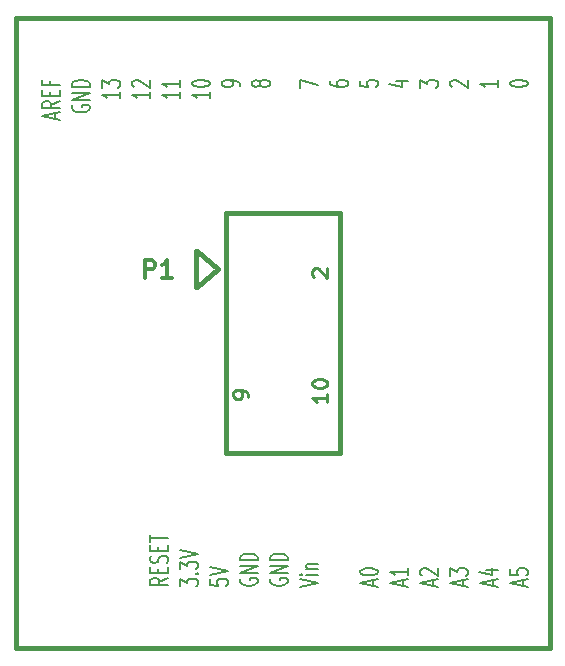
<source format=gto>
G04 #@! TF.FileFunction,Legend,Top*
%FSLAX46Y46*%
G04 Gerber Fmt 4.6, Leading zero omitted, Abs format (unit mm)*
G04 Created by KiCad (PCBNEW 4.0.4-stable) date 07/11/17 10:57:04*
%MOMM*%
%LPD*%
G01*
G04 APERTURE LIST*
%ADD10C,0.150000*%
%ADD11C,0.203200*%
%ADD12C,0.381000*%
%ADD13C,0.304800*%
%ADD14C,0.254000*%
G04 APERTURE END LIST*
D10*
D11*
X150243540Y-86035968D02*
X150243540Y-85552159D01*
X150678969Y-86132730D02*
X149154969Y-85794063D01*
X150678969Y-85455397D01*
X150678969Y-84536159D02*
X149953254Y-84874825D01*
X150678969Y-85116730D02*
X149154969Y-85116730D01*
X149154969Y-84729683D01*
X149227540Y-84632921D01*
X149300111Y-84584540D01*
X149445254Y-84536159D01*
X149662969Y-84536159D01*
X149808111Y-84584540D01*
X149880683Y-84632921D01*
X149953254Y-84729683D01*
X149953254Y-85116730D01*
X149880683Y-84100730D02*
X149880683Y-83762064D01*
X150678969Y-83616921D02*
X150678969Y-84100730D01*
X149154969Y-84100730D01*
X149154969Y-83616921D01*
X149880683Y-82842826D02*
X149880683Y-83181492D01*
X150678969Y-83181492D02*
X149154969Y-83181492D01*
X149154969Y-82697683D01*
X151767540Y-84874826D02*
X151694969Y-84971588D01*
X151694969Y-85116731D01*
X151767540Y-85261873D01*
X151912683Y-85358635D01*
X152057826Y-85407016D01*
X152348111Y-85455397D01*
X152565826Y-85455397D01*
X152856111Y-85407016D01*
X153001254Y-85358635D01*
X153146397Y-85261873D01*
X153218969Y-85116731D01*
X153218969Y-85019969D01*
X153146397Y-84874826D01*
X153073826Y-84826445D01*
X152565826Y-84826445D01*
X152565826Y-85019969D01*
X153218969Y-84391016D02*
X151694969Y-84391016D01*
X153218969Y-83810445D01*
X151694969Y-83810445D01*
X153218969Y-83326635D02*
X151694969Y-83326635D01*
X151694969Y-83084730D01*
X151767540Y-82939588D01*
X151912683Y-82842826D01*
X152057826Y-82794445D01*
X152348111Y-82746064D01*
X152565826Y-82746064D01*
X152856111Y-82794445D01*
X153001254Y-82842826D01*
X153146397Y-82939588D01*
X153218969Y-83084730D01*
X153218969Y-83326635D01*
X155758969Y-83713683D02*
X155758969Y-84294254D01*
X155758969Y-84003968D02*
X154234969Y-84003968D01*
X154452683Y-84100730D01*
X154597826Y-84197492D01*
X154670397Y-84294254D01*
X154234969Y-83375016D02*
X154234969Y-82746064D01*
X154815540Y-83084730D01*
X154815540Y-82939588D01*
X154888111Y-82842826D01*
X154960683Y-82794445D01*
X155105826Y-82746064D01*
X155468683Y-82746064D01*
X155613826Y-82794445D01*
X155686397Y-82842826D01*
X155758969Y-82939588D01*
X155758969Y-83229873D01*
X155686397Y-83326635D01*
X155613826Y-83375016D01*
X158298969Y-83713683D02*
X158298969Y-84294254D01*
X158298969Y-84003968D02*
X156774969Y-84003968D01*
X156992683Y-84100730D01*
X157137826Y-84197492D01*
X157210397Y-84294254D01*
X156920111Y-83326635D02*
X156847540Y-83278254D01*
X156774969Y-83181492D01*
X156774969Y-82939588D01*
X156847540Y-82842826D01*
X156920111Y-82794445D01*
X157065254Y-82746064D01*
X157210397Y-82746064D01*
X157428111Y-82794445D01*
X158298969Y-83375016D01*
X158298969Y-82746064D01*
X160838969Y-83713683D02*
X160838969Y-84294254D01*
X160838969Y-84003968D02*
X159314969Y-84003968D01*
X159532683Y-84100730D01*
X159677826Y-84197492D01*
X159750397Y-84294254D01*
X160838969Y-82746064D02*
X160838969Y-83326635D01*
X160838969Y-83036349D02*
X159314969Y-83036349D01*
X159532683Y-83133111D01*
X159677826Y-83229873D01*
X159750397Y-83326635D01*
X163378969Y-83713683D02*
X163378969Y-84294254D01*
X163378969Y-84003968D02*
X161854969Y-84003968D01*
X162072683Y-84100730D01*
X162217826Y-84197492D01*
X162290397Y-84294254D01*
X161854969Y-83084730D02*
X161854969Y-82987969D01*
X161927540Y-82891207D01*
X162000111Y-82842826D01*
X162145254Y-82794445D01*
X162435540Y-82746064D01*
X162798397Y-82746064D01*
X163088683Y-82794445D01*
X163233826Y-82842826D01*
X163306397Y-82891207D01*
X163378969Y-82987969D01*
X163378969Y-83084730D01*
X163306397Y-83181492D01*
X163233826Y-83229873D01*
X163088683Y-83278254D01*
X162798397Y-83326635D01*
X162435540Y-83326635D01*
X162145254Y-83278254D01*
X162000111Y-83229873D01*
X161927540Y-83181492D01*
X161854969Y-83084730D01*
X165918969Y-83229873D02*
X165918969Y-83036349D01*
X165846397Y-82939588D01*
X165773826Y-82891207D01*
X165556111Y-82794445D01*
X165265826Y-82746064D01*
X164685254Y-82746064D01*
X164540111Y-82794445D01*
X164467540Y-82842826D01*
X164394969Y-82939588D01*
X164394969Y-83133111D01*
X164467540Y-83229873D01*
X164540111Y-83278254D01*
X164685254Y-83326635D01*
X165048111Y-83326635D01*
X165193254Y-83278254D01*
X165265826Y-83229873D01*
X165338397Y-83133111D01*
X165338397Y-82939588D01*
X165265826Y-82842826D01*
X165193254Y-82794445D01*
X165048111Y-82746064D01*
X167588111Y-83133111D02*
X167515540Y-83229873D01*
X167442969Y-83278254D01*
X167297826Y-83326635D01*
X167225254Y-83326635D01*
X167080111Y-83278254D01*
X167007540Y-83229873D01*
X166934969Y-83133111D01*
X166934969Y-82939588D01*
X167007540Y-82842826D01*
X167080111Y-82794445D01*
X167225254Y-82746064D01*
X167297826Y-82746064D01*
X167442969Y-82794445D01*
X167515540Y-82842826D01*
X167588111Y-82939588D01*
X167588111Y-83133111D01*
X167660683Y-83229873D01*
X167733254Y-83278254D01*
X167878397Y-83326635D01*
X168168683Y-83326635D01*
X168313826Y-83278254D01*
X168386397Y-83229873D01*
X168458969Y-83133111D01*
X168458969Y-82939588D01*
X168386397Y-82842826D01*
X168313826Y-82794445D01*
X168168683Y-82746064D01*
X167878397Y-82746064D01*
X167733254Y-82794445D01*
X167660683Y-82842826D01*
X167588111Y-82939588D01*
X170998969Y-83375016D02*
X170998969Y-82697683D01*
X172522969Y-83133111D01*
X173538969Y-82842826D02*
X173538969Y-83036349D01*
X173611540Y-83133111D01*
X173684111Y-83181492D01*
X173901826Y-83278254D01*
X174192111Y-83326635D01*
X174772683Y-83326635D01*
X174917826Y-83278254D01*
X174990397Y-83229873D01*
X175062969Y-83133111D01*
X175062969Y-82939588D01*
X174990397Y-82842826D01*
X174917826Y-82794445D01*
X174772683Y-82746064D01*
X174409826Y-82746064D01*
X174264683Y-82794445D01*
X174192111Y-82842826D01*
X174119540Y-82939588D01*
X174119540Y-83133111D01*
X174192111Y-83229873D01*
X174264683Y-83278254D01*
X174409826Y-83326635D01*
X176078969Y-82794445D02*
X176078969Y-83278254D01*
X176804683Y-83326635D01*
X176732111Y-83278254D01*
X176659540Y-83181492D01*
X176659540Y-82939588D01*
X176732111Y-82842826D01*
X176804683Y-82794445D01*
X176949826Y-82746064D01*
X177312683Y-82746064D01*
X177457826Y-82794445D01*
X177530397Y-82842826D01*
X177602969Y-82939588D01*
X177602969Y-83181492D01*
X177530397Y-83278254D01*
X177457826Y-83326635D01*
X179126969Y-82842826D02*
X180142969Y-82842826D01*
X178546397Y-83084730D02*
X179634969Y-83326635D01*
X179634969Y-82697683D01*
X181158969Y-83375016D02*
X181158969Y-82746064D01*
X181739540Y-83084730D01*
X181739540Y-82939588D01*
X181812111Y-82842826D01*
X181884683Y-82794445D01*
X182029826Y-82746064D01*
X182392683Y-82746064D01*
X182537826Y-82794445D01*
X182610397Y-82842826D01*
X182682969Y-82939588D01*
X182682969Y-83229873D01*
X182610397Y-83326635D01*
X182537826Y-83375016D01*
X183844111Y-83326635D02*
X183771540Y-83278254D01*
X183698969Y-83181492D01*
X183698969Y-82939588D01*
X183771540Y-82842826D01*
X183844111Y-82794445D01*
X183989254Y-82746064D01*
X184134397Y-82746064D01*
X184352111Y-82794445D01*
X185222969Y-83375016D01*
X185222969Y-82746064D01*
X187762969Y-82746064D02*
X187762969Y-83326635D01*
X187762969Y-83036349D02*
X186238969Y-83036349D01*
X186456683Y-83133111D01*
X186601826Y-83229873D01*
X186674397Y-83326635D01*
X188778969Y-83084730D02*
X188778969Y-82987969D01*
X188851540Y-82891207D01*
X188924111Y-82842826D01*
X189069254Y-82794445D01*
X189359540Y-82746064D01*
X189722397Y-82746064D01*
X190012683Y-82794445D01*
X190157826Y-82842826D01*
X190230397Y-82891207D01*
X190302969Y-82987969D01*
X190302969Y-83084730D01*
X190230397Y-83181492D01*
X190157826Y-83229873D01*
X190012683Y-83278254D01*
X189722397Y-83326635D01*
X189359540Y-83326635D01*
X189069254Y-83278254D01*
X188924111Y-83229873D01*
X188851540Y-83181492D01*
X188778969Y-83084730D01*
X159822969Y-124910064D02*
X159097254Y-125248730D01*
X159822969Y-125490635D02*
X158298969Y-125490635D01*
X158298969Y-125103588D01*
X158371540Y-125006826D01*
X158444111Y-124958445D01*
X158589254Y-124910064D01*
X158806969Y-124910064D01*
X158952111Y-124958445D01*
X159024683Y-125006826D01*
X159097254Y-125103588D01*
X159097254Y-125490635D01*
X159024683Y-124474635D02*
X159024683Y-124135969D01*
X159822969Y-123990826D02*
X159822969Y-124474635D01*
X158298969Y-124474635D01*
X158298969Y-123990826D01*
X159750397Y-123603778D02*
X159822969Y-123458635D01*
X159822969Y-123216731D01*
X159750397Y-123119969D01*
X159677826Y-123071588D01*
X159532683Y-123023207D01*
X159387540Y-123023207D01*
X159242397Y-123071588D01*
X159169826Y-123119969D01*
X159097254Y-123216731D01*
X159024683Y-123410254D01*
X158952111Y-123507016D01*
X158879540Y-123555397D01*
X158734397Y-123603778D01*
X158589254Y-123603778D01*
X158444111Y-123555397D01*
X158371540Y-123507016D01*
X158298969Y-123410254D01*
X158298969Y-123168350D01*
X158371540Y-123023207D01*
X159024683Y-122587778D02*
X159024683Y-122249112D01*
X159822969Y-122103969D02*
X159822969Y-122587778D01*
X158298969Y-122587778D01*
X158298969Y-122103969D01*
X158298969Y-121813683D02*
X158298969Y-121233112D01*
X159822969Y-121523397D02*
X158298969Y-121523397D01*
X160838969Y-125587397D02*
X160838969Y-124958445D01*
X161419540Y-125297111D01*
X161419540Y-125151969D01*
X161492111Y-125055207D01*
X161564683Y-125006826D01*
X161709826Y-124958445D01*
X162072683Y-124958445D01*
X162217826Y-125006826D01*
X162290397Y-125055207D01*
X162362969Y-125151969D01*
X162362969Y-125442254D01*
X162290397Y-125539016D01*
X162217826Y-125587397D01*
X162217826Y-124523016D02*
X162290397Y-124474635D01*
X162362969Y-124523016D01*
X162290397Y-124571397D01*
X162217826Y-124523016D01*
X162362969Y-124523016D01*
X160838969Y-124135968D02*
X160838969Y-123507016D01*
X161419540Y-123845682D01*
X161419540Y-123700540D01*
X161492111Y-123603778D01*
X161564683Y-123555397D01*
X161709826Y-123507016D01*
X162072683Y-123507016D01*
X162217826Y-123555397D01*
X162290397Y-123603778D01*
X162362969Y-123700540D01*
X162362969Y-123990825D01*
X162290397Y-124087587D01*
X162217826Y-124135968D01*
X160838969Y-123216730D02*
X162362969Y-122878063D01*
X160838969Y-122539397D01*
X163378969Y-125006826D02*
X163378969Y-125490635D01*
X164104683Y-125539016D01*
X164032111Y-125490635D01*
X163959540Y-125393873D01*
X163959540Y-125151969D01*
X164032111Y-125055207D01*
X164104683Y-125006826D01*
X164249826Y-124958445D01*
X164612683Y-124958445D01*
X164757826Y-125006826D01*
X164830397Y-125055207D01*
X164902969Y-125151969D01*
X164902969Y-125393873D01*
X164830397Y-125490635D01*
X164757826Y-125539016D01*
X163378969Y-124668159D02*
X164902969Y-124329492D01*
X163378969Y-123990826D01*
X165991540Y-124958445D02*
X165918969Y-125055207D01*
X165918969Y-125200350D01*
X165991540Y-125345492D01*
X166136683Y-125442254D01*
X166281826Y-125490635D01*
X166572111Y-125539016D01*
X166789826Y-125539016D01*
X167080111Y-125490635D01*
X167225254Y-125442254D01*
X167370397Y-125345492D01*
X167442969Y-125200350D01*
X167442969Y-125103588D01*
X167370397Y-124958445D01*
X167297826Y-124910064D01*
X166789826Y-124910064D01*
X166789826Y-125103588D01*
X167442969Y-124474635D02*
X165918969Y-124474635D01*
X167442969Y-123894064D01*
X165918969Y-123894064D01*
X167442969Y-123410254D02*
X165918969Y-123410254D01*
X165918969Y-123168349D01*
X165991540Y-123023207D01*
X166136683Y-122926445D01*
X166281826Y-122878064D01*
X166572111Y-122829683D01*
X166789826Y-122829683D01*
X167080111Y-122878064D01*
X167225254Y-122926445D01*
X167370397Y-123023207D01*
X167442969Y-123168349D01*
X167442969Y-123410254D01*
X168531540Y-124958445D02*
X168458969Y-125055207D01*
X168458969Y-125200350D01*
X168531540Y-125345492D01*
X168676683Y-125442254D01*
X168821826Y-125490635D01*
X169112111Y-125539016D01*
X169329826Y-125539016D01*
X169620111Y-125490635D01*
X169765254Y-125442254D01*
X169910397Y-125345492D01*
X169982969Y-125200350D01*
X169982969Y-125103588D01*
X169910397Y-124958445D01*
X169837826Y-124910064D01*
X169329826Y-124910064D01*
X169329826Y-125103588D01*
X169982969Y-124474635D02*
X168458969Y-124474635D01*
X169982969Y-123894064D01*
X168458969Y-123894064D01*
X169982969Y-123410254D02*
X168458969Y-123410254D01*
X168458969Y-123168349D01*
X168531540Y-123023207D01*
X168676683Y-122926445D01*
X168821826Y-122878064D01*
X169112111Y-122829683D01*
X169329826Y-122829683D01*
X169620111Y-122878064D01*
X169765254Y-122926445D01*
X169910397Y-123023207D01*
X169982969Y-123168349D01*
X169982969Y-123410254D01*
X170998969Y-125635778D02*
X172522969Y-125297111D01*
X170998969Y-124958445D01*
X172522969Y-124619778D02*
X171506969Y-124619778D01*
X170998969Y-124619778D02*
X171071540Y-124668159D01*
X171144111Y-124619778D01*
X171071540Y-124571397D01*
X170998969Y-124619778D01*
X171144111Y-124619778D01*
X171506969Y-124135968D02*
X172522969Y-124135968D01*
X171652111Y-124135968D02*
X171579540Y-124087587D01*
X171506969Y-123990825D01*
X171506969Y-123845683D01*
X171579540Y-123748921D01*
X171724683Y-123700540D01*
X172522969Y-123700540D01*
X177167540Y-125539016D02*
X177167540Y-125055207D01*
X177602969Y-125635778D02*
X176078969Y-125297111D01*
X177602969Y-124958445D01*
X176078969Y-124426254D02*
X176078969Y-124329493D01*
X176151540Y-124232731D01*
X176224111Y-124184350D01*
X176369254Y-124135969D01*
X176659540Y-124087588D01*
X177022397Y-124087588D01*
X177312683Y-124135969D01*
X177457826Y-124184350D01*
X177530397Y-124232731D01*
X177602969Y-124329493D01*
X177602969Y-124426254D01*
X177530397Y-124523016D01*
X177457826Y-124571397D01*
X177312683Y-124619778D01*
X177022397Y-124668159D01*
X176659540Y-124668159D01*
X176369254Y-124619778D01*
X176224111Y-124571397D01*
X176151540Y-124523016D01*
X176078969Y-124426254D01*
X179707540Y-125539016D02*
X179707540Y-125055207D01*
X180142969Y-125635778D02*
X178618969Y-125297111D01*
X180142969Y-124958445D01*
X180142969Y-124087588D02*
X180142969Y-124668159D01*
X180142969Y-124377873D02*
X178618969Y-124377873D01*
X178836683Y-124474635D01*
X178981826Y-124571397D01*
X179054397Y-124668159D01*
X182247540Y-125539016D02*
X182247540Y-125055207D01*
X182682969Y-125635778D02*
X181158969Y-125297111D01*
X182682969Y-124958445D01*
X181304111Y-124668159D02*
X181231540Y-124619778D01*
X181158969Y-124523016D01*
X181158969Y-124281112D01*
X181231540Y-124184350D01*
X181304111Y-124135969D01*
X181449254Y-124087588D01*
X181594397Y-124087588D01*
X181812111Y-124135969D01*
X182682969Y-124716540D01*
X182682969Y-124087588D01*
X184787540Y-125539016D02*
X184787540Y-125055207D01*
X185222969Y-125635778D02*
X183698969Y-125297111D01*
X185222969Y-124958445D01*
X183698969Y-124716540D02*
X183698969Y-124087588D01*
X184279540Y-124426254D01*
X184279540Y-124281112D01*
X184352111Y-124184350D01*
X184424683Y-124135969D01*
X184569826Y-124087588D01*
X184932683Y-124087588D01*
X185077826Y-124135969D01*
X185150397Y-124184350D01*
X185222969Y-124281112D01*
X185222969Y-124571397D01*
X185150397Y-124668159D01*
X185077826Y-124716540D01*
X187327540Y-125539016D02*
X187327540Y-125055207D01*
X187762969Y-125635778D02*
X186238969Y-125297111D01*
X187762969Y-124958445D01*
X186746969Y-124184350D02*
X187762969Y-124184350D01*
X186166397Y-124426254D02*
X187254969Y-124668159D01*
X187254969Y-124039207D01*
X189867540Y-125539016D02*
X189867540Y-125055207D01*
X190302969Y-125635778D02*
X188778969Y-125297111D01*
X190302969Y-124958445D01*
X188778969Y-124135969D02*
X188778969Y-124619778D01*
X189504683Y-124668159D01*
X189432111Y-124619778D01*
X189359540Y-124523016D01*
X189359540Y-124281112D01*
X189432111Y-124184350D01*
X189504683Y-124135969D01*
X189649826Y-124087588D01*
X190012683Y-124087588D01*
X190157826Y-124135969D01*
X190230397Y-124184350D01*
X190302969Y-124281112D01*
X190302969Y-124523016D01*
X190230397Y-124619778D01*
X190157826Y-124668159D01*
D12*
X146941540Y-77472540D02*
X192153540Y-77472540D01*
X192153540Y-130812540D02*
X192153540Y-77472540D01*
X146941540Y-130812540D02*
X192153540Y-130812540D01*
X146941540Y-77472540D02*
X146941540Y-130812540D01*
X174371000Y-93980000D02*
X174371000Y-114300000D01*
X174371000Y-114300000D02*
X164719000Y-114300000D01*
X164719000Y-114300000D02*
X164719000Y-93980000D01*
X164719000Y-93980000D02*
X174371000Y-93980000D01*
X162245040Y-97238820D02*
X162245040Y-100241100D01*
X164056060Y-98775520D02*
X162278060Y-97251520D01*
X162280600Y-100299520D02*
X164058600Y-98775520D01*
D13*
X157874063Y-99490349D02*
X157874063Y-97966349D01*
X158454635Y-97966349D01*
X158599777Y-98038920D01*
X158672349Y-98111491D01*
X158744920Y-98256634D01*
X158744920Y-98474349D01*
X158672349Y-98619491D01*
X158599777Y-98692063D01*
X158454635Y-98764634D01*
X157874063Y-98764634D01*
X160196349Y-99490349D02*
X159325492Y-99490349D01*
X159760920Y-99490349D02*
X159760920Y-97966349D01*
X159615777Y-98184063D01*
X159470635Y-98329206D01*
X159325492Y-98401777D01*
D14*
X173319924Y-109281565D02*
X173319924Y-110007279D01*
X173319924Y-109644422D02*
X172049924Y-109644422D01*
X172231352Y-109765374D01*
X172352305Y-109886327D01*
X172412781Y-110007279D01*
X172049924Y-108495374D02*
X172049924Y-108374422D01*
X172110400Y-108253470D01*
X172170876Y-108192993D01*
X172291829Y-108132517D01*
X172533733Y-108072041D01*
X172836114Y-108072041D01*
X173078019Y-108132517D01*
X173198971Y-108192993D01*
X173259448Y-108253470D01*
X173319924Y-108374422D01*
X173319924Y-108495374D01*
X173259448Y-108616327D01*
X173198971Y-108676803D01*
X173078019Y-108737279D01*
X172836114Y-108797755D01*
X172533733Y-108797755D01*
X172291829Y-108737279D01*
X172170876Y-108676803D01*
X172110400Y-108616327D01*
X172049924Y-108495374D01*
X166619404Y-109581285D02*
X166619404Y-109339380D01*
X166558928Y-109218428D01*
X166498451Y-109157952D01*
X166317023Y-109036999D01*
X166075118Y-108976523D01*
X165591309Y-108976523D01*
X165470356Y-109036999D01*
X165409880Y-109097475D01*
X165349404Y-109218428D01*
X165349404Y-109460332D01*
X165409880Y-109581285D01*
X165470356Y-109641761D01*
X165591309Y-109702237D01*
X165893690Y-109702237D01*
X166014642Y-109641761D01*
X166075118Y-109581285D01*
X166135594Y-109460332D01*
X166135594Y-109218428D01*
X166075118Y-109097475D01*
X166014642Y-109036999D01*
X165893690Y-108976523D01*
X172170876Y-99402537D02*
X172110400Y-99342061D01*
X172049924Y-99221109D01*
X172049924Y-98918728D01*
X172110400Y-98797775D01*
X172170876Y-98737299D01*
X172291829Y-98676823D01*
X172412781Y-98676823D01*
X172594210Y-98737299D01*
X173319924Y-99463013D01*
X173319924Y-98676823D01*
M02*

</source>
